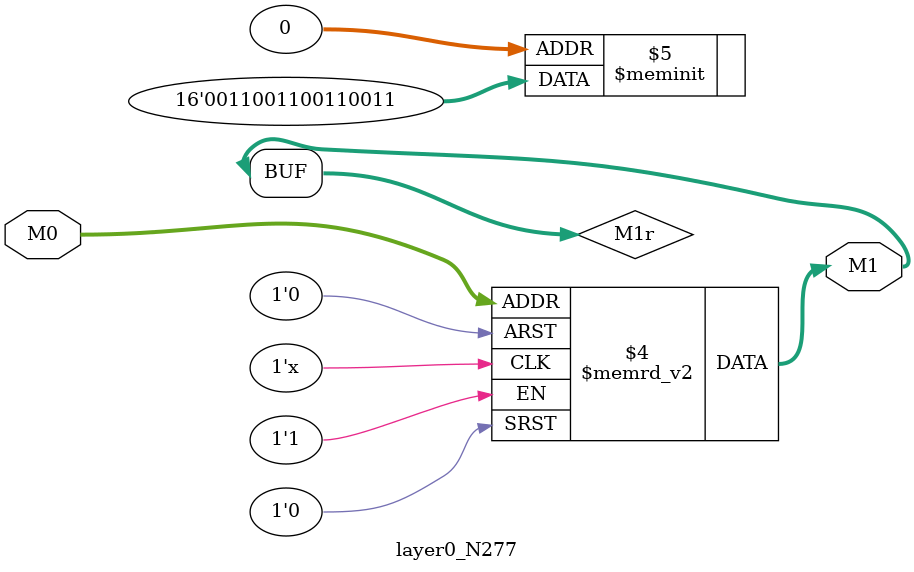
<source format=v>
module layer0_N277 ( input [2:0] M0, output [1:0] M1 );

	(*rom_style = "distributed" *) reg [1:0] M1r;
	assign M1 = M1r;
	always @ (M0) begin
		case (M0)
			3'b000: M1r = 2'b11;
			3'b100: M1r = 2'b11;
			3'b010: M1r = 2'b11;
			3'b110: M1r = 2'b11;
			3'b001: M1r = 2'b00;
			3'b101: M1r = 2'b00;
			3'b011: M1r = 2'b00;
			3'b111: M1r = 2'b00;

		endcase
	end
endmodule

</source>
